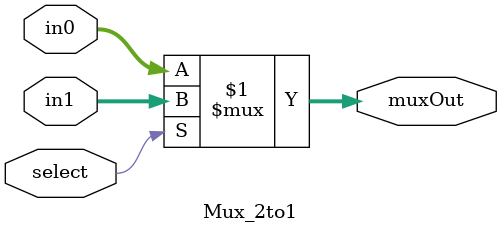
<source format=v>
module Mux_2to1 

	//Parameter to change the width of the input and output values
	//This allows for modularity when instantiating multiple Muxes in a top level design
	#(parameter WIDTH = 5)

	(input [WIDTH-1:0] in0, in1,
	 input select,
	 output [WIDTH-1:0] muxOut);
	
	assign muxOut = select ? in1: in0;
	
endmodule

</source>
